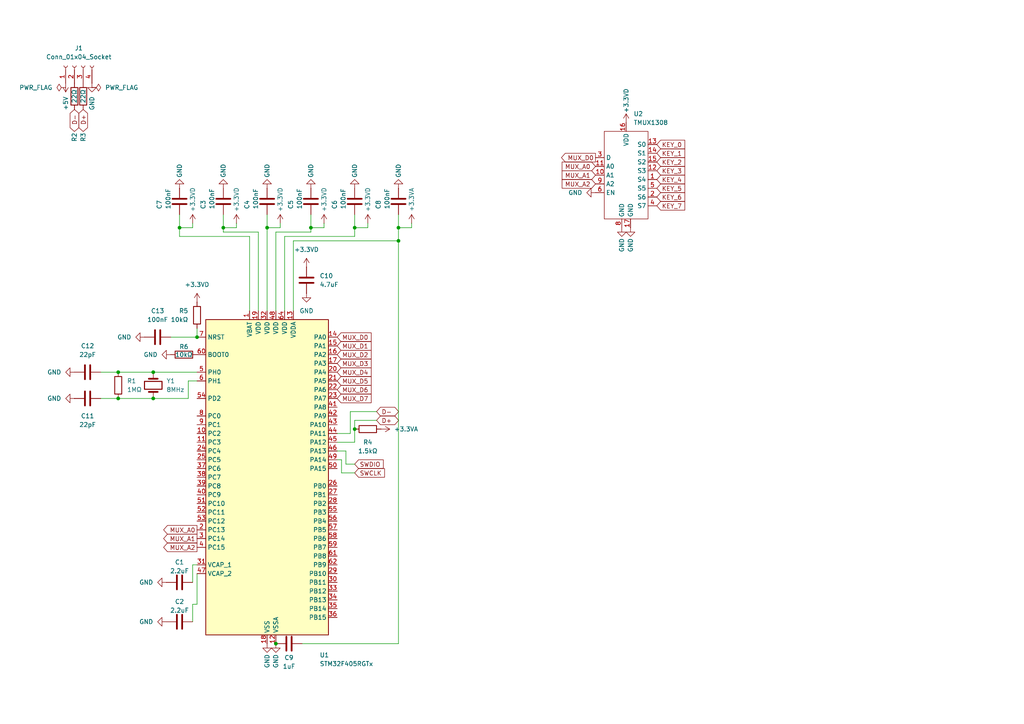
<source format=kicad_sch>
(kicad_sch (version 20250114) (generator "eeschema") (generator_version "9.0")
  (paper "A4")
  (lib_symbols
    (symbol "Connector:Conn_01x04_Socket" (pin_names (offset 1.016) (hide yes))
      (property "Reference" "J" (at 0 5.08 0))
      (property "Value" "Conn_01x04_Socket" (at 0 -7.62 0))
      (symbol "Conn_01x04_Socket_1_1"
        (polyline (pts (xy -1.27 2.54) (xy -0.508 2.54)) (stroke (width 0.1524)))
        (polyline (pts (xy -1.27 0) (xy -0.508 0)) (stroke (width 0.1524)))
        (polyline (pts (xy -1.27 -2.54) (xy -0.508 -2.54)) (stroke (width 0.1524)))
        (polyline (pts (xy -1.27 -5.08) (xy -0.508 -5.08)) (stroke (width 0.1524)))
        (arc (start 0 2.032) (mid -0.5058 2.54) (end 0 3.048) (stroke (width 0.1524)))
        (arc (start 0 -0.508) (mid -0.5058 0) (end 0 0.508) (stroke (width 0.1524)))
        (arc (start 0 -3.048) (mid -0.5058 -2.54) (end 0 -2.032) (stroke (width 0.1524)))
        (arc (start 0 -5.588) (mid -0.5058 -5.08) (end 0 -4.572) (stroke (width 0.1524)))
        (pin passive line (at -5.08 2.54 0) (length 3.81) (name "Pin_1") (number "1"))
        (pin passive line (at -5.08 0 0) (length 3.81) (name "Pin_2") (number "2"))
        (pin passive line (at -5.08 -2.54 0) (length 3.81) (name "Pin_3") (number "3"))
        (pin passive line (at -5.08 -5.08 0) (length 3.81) (name "Pin_4") (number "4"))
      )
    )
    (symbol "Device:C" (pin_numbers (hide yes)) (pin_names (offset 0.254))
      (property "Reference" "C" (at 0.635 2.54 0))
      (property "Value" "C" (at 0.635 -2.54 0))
      (symbol "C_0_1"
        (polyline (pts (xy -2.032 0.762) (xy 2.032 0.762)) (stroke (width 0.508)))
        (polyline (pts (xy -2.032 -0.762) (xy 2.032 -0.762)) (stroke (width 0.508)))
      )
      (symbol "C_1_1"
        (pin passive line (at 0 3.81 270) (length 2.794) (name "~") (number "1"))
        (pin passive line (at 0 -3.81 90) (length 2.794) (name "~") (number "2"))
      )
    )
    (symbol "Device:Crystal" (pin_numbers (hide yes)) (pin_names (offset 1.016) (hide yes))
      (property "Reference" "Y" (at 0 3.81 0))
      (property "Value" "Crystal" (at 0 -3.81 0))
      (symbol "Crystal_0_1"
        (polyline (pts (xy -2.54 0) (xy -1.905 0)))
        (polyline (pts (xy -1.905 -1.27) (xy -1.905 1.27)) (stroke (width 0.508)))
        (rectangle (start -1.143 2.54) (end 1.143 -2.54) (stroke (width 0.3048)))
        (polyline (pts (xy 1.905 -1.27) (xy 1.905 1.27)) (stroke (width 0.508)))
        (polyline (pts (xy 2.54 0) (xy 1.905 0)))
      )
      (symbol "Crystal_1_1"
        (pin passive line (at -3.81 0 0) (length 1.27) (name "1") (number "1"))
        (pin passive line (at 3.81 0 180) (length 1.27) (name "2") (number "2"))
      )
    )
    (symbol "Device:R" (pin_numbers (hide yes)) (pin_names (offset 0))
      (property "Reference" "R" (at 2.032 0 90))
      (property "Value" "R" (at 0 0 90))
      (symbol "R_0_1"
        (rectangle (start -1.016 -2.54) (end 1.016 2.54) (stroke (width 0.254)))
      )
      (symbol "R_1_1"
        (pin passive line (at 0 3.81 270) (length 1.27) (name "~") (number "1"))
        (pin passive line (at 0 -3.81 90) (length 1.27) (name "~") (number "2"))
      )
    )
    (symbol "MCU_ST_STM32F4:STM32F405RGTx"
      (property "Reference" "U" (at -17.78 46.99 0))
      (property "Value" "STM32F405RGTx" (at 10.16 46.99 0))
      (symbol "STM32F405RGTx_0_1"
        (rectangle (start -17.78 -45.72) (end 17.78 45.72) (stroke (width 0.254)) (fill (type background)))
      )
      (symbol "STM32F405RGTx_1_1"
        (pin input line (at -20.32 40.64 0) (length 2.54) (name "NRST") (number "7"))
        (pin input line (at -20.32 35.56 0) (length 2.54) (name "BOOT0") (number "60"))
        (pin bidirectional line (at -20.32 30.48 0) (length 2.54) (name "PH0") (number "5"))
        (pin bidirectional line (at -20.32 27.94 0) (length 2.54) (name "PH1") (number "6"))
        (pin bidirectional line (at -20.32 22.86 0) (length 2.54) (name "PD2") (number "54"))
        (pin bidirectional line (at -20.32 17.78 0) (length 2.54) (name "PC0") (number "8"))
        (pin bidirectional line (at -20.32 15.24 0) (length 2.54) (name "PC1") (number "9"))
        (pin bidirectional line (at -20.32 12.7 0) (length 2.54) (name "PC2") (number "10"))
        (pin bidirectional line (at -20.32 10.16 0) (length 2.54) (name "PC3") (number "11"))
        (pin bidirectional line (at -20.32 7.62 0) (length 2.54) (name "PC4") (number "24"))
        (pin bidirectional line (at -20.32 5.08 0) (length 2.54) (name "PC5") (number "25"))
        (pin bidirectional line (at -20.32 2.54 0) (length 2.54) (name "PC6") (number "37"))
        (pin bidirectional line (at -20.32 0 0) (length 2.54) (name "PC7") (number "38"))
        (pin bidirectional line (at -20.32 -2.54 0) (length 2.54) (name "PC8") (number "39"))
        (pin bidirectional line (at -20.32 -5.08 0) (length 2.54) (name "PC9") (number "40"))
        (pin bidirectional line (at -20.32 -7.62 0) (length 2.54) (name "PC10") (number "51"))
        (pin bidirectional line (at -20.32 -10.16 0) (length 2.54) (name "PC11") (number "52"))
        (pin bidirectional line (at -20.32 -12.7 0) (length 2.54) (name "PC12") (number "53"))
        (pin bidirectional line (at -20.32 -15.24 0) (length 2.54) (name "PC13") (number "2"))
        (pin bidirectional line (at -20.32 -17.78 0) (length 2.54) (name "PC14") (number "3"))
        (pin bidirectional line (at -20.32 -20.32 0) (length 2.54) (name "PC15") (number "4"))
        (pin power_out line (at -20.32 -25.4 0) (length 2.54) (name "VCAP_1") (number "31"))
        (pin power_out line (at -20.32 -27.94 0) (length 2.54) (name "VCAP_2") (number "47"))
        (pin power_in line (at -5.08 48.26 270) (length 2.54) (name "VBAT") (number "1"))
        (pin power_in line (at -2.54 48.26 270) (length 2.54) (name "VDD") (number "19"))
        (pin power_in line (at 0 48.26 270) (length 2.54) (name "VDD") (number "32"))
        (pin power_in line (at 0 -48.26 90) (length 2.54) (name "VSS") (number "18"))
        (pin passive line (at 0 -48.26 90) (length 2.54) (hide yes) (name "VSS") (number "63"))
        (pin power_in line (at 2.54 48.26 270) (length 2.54) (name "VDD") (number "48"))
        (pin power_in line (at 2.54 -48.26 90) (length 2.54) (name "VSSA") (number "12"))
        (pin power_in line (at 5.08 48.26 270) (length 2.54) (name "VDD") (number "64"))
        (pin power_in line (at 7.62 48.26 270) (length 2.54) (name "VDDA") (number "13"))
        (pin bidirectional line (at 20.32 40.64 180) (length 2.54) (name "PA0") (number "14"))
        (pin bidirectional line (at 20.32 38.1 180) (length 2.54) (name "PA1") (number "15"))
        (pin bidirectional line (at 20.32 35.56 180) (length 2.54) (name "PA2") (number "16"))
        (pin bidirectional line (at 20.32 33.02 180) (length 2.54) (name "PA3") (number "17"))
        (pin bidirectional line (at 20.32 30.48 180) (length 2.54) (name "PA4") (number "20"))
        (pin bidirectional line (at 20.32 27.94 180) (length 2.54) (name "PA5") (number "21"))
        (pin bidirectional line (at 20.32 25.4 180) (length 2.54) (name "PA6") (number "22"))
        (pin bidirectional line (at 20.32 22.86 180) (length 2.54) (name "PA7") (number "23"))
        (pin bidirectional line (at 20.32 20.32 180) (length 2.54) (name "PA8") (number "41"))
        (pin bidirectional line (at 20.32 17.78 180) (length 2.54) (name "PA9") (number "42"))
        (pin bidirectional line (at 20.32 15.24 180) (length 2.54) (name "PA10") (number "43"))
        (pin bidirectional line (at 20.32 12.7 180) (length 2.54) (name "PA11") (number "44"))
        (pin bidirectional line (at 20.32 10.16 180) (length 2.54) (name "PA12") (number "45"))
        (pin bidirectional line (at 20.32 7.62 180) (length 2.54) (name "PA13") (number "46"))
        (pin bidirectional line (at 20.32 5.08 180) (length 2.54) (name "PA14") (number "49"))
        (pin bidirectional line (at 20.32 2.54 180) (length 2.54) (name "PA15") (number "50"))
        (pin bidirectional line (at 20.32 -2.54 180) (length 2.54) (name "PB0") (number "26"))
        (pin bidirectional line (at 20.32 -5.08 180) (length 2.54) (name "PB1") (number "27"))
        (pin bidirectional line (at 20.32 -7.62 180) (length 2.54) (name "PB2") (number "28"))
        (pin bidirectional line (at 20.32 -10.16 180) (length 2.54) (name "PB3") (number "55"))
        (pin bidirectional line (at 20.32 -12.7 180) (length 2.54) (name "PB4") (number "56"))
        (pin bidirectional line (at 20.32 -15.24 180) (length 2.54) (name "PB5") (number "57"))
        (pin bidirectional line (at 20.32 -17.78 180) (length 2.54) (name "PB6") (number "58"))
        (pin bidirectional line (at 20.32 -20.32 180) (length 2.54) (name "PB7") (number "59"))
        (pin bidirectional line (at 20.32 -22.86 180) (length 2.54) (name "PB8") (number "61"))
        (pin bidirectional line (at 20.32 -25.4 180) (length 2.54) (name "PB9") (number "62"))
        (pin bidirectional line (at 20.32 -27.94 180) (length 2.54) (name "PB10") (number "29"))
        (pin bidirectional line (at 20.32 -30.48 180) (length 2.54) (name "PB11") (number "30"))
        (pin bidirectional line (at 20.32 -33.02 180) (length 2.54) (name "PB12") (number "33"))
        (pin bidirectional line (at 20.32 -35.56 180) (length 2.54) (name "PB13") (number "34"))
        (pin bidirectional line (at 20.32 -38.1 180) (length 2.54) (name "PB14") (number "35"))
        (pin bidirectional line (at 20.32 -40.64 180) (length 2.54) (name "PB15") (number "36"))
      )
    )
    (symbol "power:+3.3V" (power) (pin_numbers (hide yes)) (pin_names (offset 0) (hide yes))
      (property "Value" "+3.3V" (at 0 3.556 0))
      (symbol "+3.3V_0_1"
        (polyline (pts (xy -0.762 1.27) (xy 0 2.54)))
        (polyline (pts (xy 0 2.54) (xy 0.762 1.27)))
        (polyline (pts (xy 0 0) (xy 0 2.54)))
      )
      (symbol "+3.3V_1_1"
        (pin power_in line (at 0 0 90) (length 0) (name "~") (number "1"))
      )
    )
    (symbol "power:+5V" (power) (pin_numbers (hide yes)) (pin_names (offset 0) (hide yes))
      (property "Value" "+5V" (at 0 3.556 0))
      (symbol "+5V_0_1"
        (polyline (pts (xy -0.762 1.27) (xy 0 2.54)))
        (polyline (pts (xy 0 2.54) (xy 0.762 1.27)))
        (polyline (pts (xy 0 0) (xy 0 2.54)))
      )
      (symbol "+5V_1_1"
        (pin power_in line (at 0 0 90) (length 0) (name "~") (number "1"))
      )
    )
    (symbol "power:GND" (power) (pin_numbers (hide yes)) (pin_names (offset 0) (hide yes))
      (property "Value" "GND" (at 0 -3.81 0))
      (symbol "GND_0_1"
        (polyline (pts (xy 0 0) (xy 0 -1.27) (xy 1.27 -1.27) (xy 0 -2.54) (xy -1.27 -1.27) (xy 0 -1.27)))
      )
      (symbol "GND_1_1"
        (pin power_in line (at 0 0 270) (length 0) (name "~") (number "1"))
      )
    )
    (symbol "power:PWR_FLAG" (power) (pin_numbers (hide yes)) (pin_names (offset 0) (hide yes))
      (property "Value" "PWR_FLAG" (at 0 3.81 0))
      (symbol "PWR_FLAG_0_0"
        (pin power_out line (at 0 0 90) (length 0) (name "~") (number "1"))
      )
      (symbol "PWR_FLAG_0_1"
        (polyline (pts (xy 0 0) (xy 0 1.27) (xy -1.016 1.905) (xy 0 2.54) (xy 1.016 1.905) (xy 0 1.27)))
      )
    )
    (symbol "prometheus-65-symbols:TMUX1308"
      (property "Reference" "U" (at 5.588 -14.732 0))
      (property "Value" "TMUX1308" (at 9.906 -17.272 0))
      (symbol "TMUX1308_0_1"
        (rectangle (start -6.35 12.7) (end 6.35 -12.7))
      )
      (symbol "TMUX1308_1_1"
        (pin bidirectional line (at -8.89 5.08 0) (length 2.54) (name "D") (number "3"))
        (pin input line (at -8.89 2.54 0) (length 2.54) (name "A0") (number "11"))
        (pin input line (at -8.89 0 0) (length 2.54) (name "A1") (number "10"))
        (pin input line (at -8.89 -2.54 0) (length 2.54) (name "A2") (number "9"))
        (pin input line (at -8.89 -5.08 0) (length 2.54) (name "EN") (number "6"))
        (pin no_connect line (at -8.89 -7.62 0) (length 2.54) (hide yes) (name "NC") (number "7"))
        (pin power_in line (at -1.27 -15.24 90) (length 2.54) (name "GND") (number "8"))
        (pin power_in line (at 0 15.24 270) (length 2.54) (name "VDD") (number "16"))
        (pin power_in line (at 1.27 -15.24 90) (length 2.54) (name "GND") (number "17"))
        (pin bidirectional line (at 8.89 8.89 180) (length 2.54) (name "S0") (number "13"))
        (pin bidirectional line (at 8.89 6.35 180) (length 2.54) (name "S1") (number "14"))
        (pin bidirectional line (at 8.89 3.81 180) (length 2.54) (name "S2") (number "15"))
        (pin bidirectional line (at 8.89 1.27 180) (length 2.54) (name "S3") (number "12"))
        (pin bidirectional line (at 8.89 -1.27 180) (length 2.54) (name "S4") (number "1"))
        (pin bidirectional line (at 8.89 -3.81 180) (length 2.54) (name "S5") (number "5"))
        (pin bidirectional line (at 8.89 -6.35 180) (length 2.54) (name "S6") (number "2"))
        (pin bidirectional line (at 8.89 -8.89 180) (length 2.54) (name "S7") (number "4"))
      )
    )
  )
  (junction (at 44.45 107.95))
  (junction (at 64.77 66.04))
  (junction (at 102.87 124.46))
  (junction (at 115.57 66.04))
  (junction (at 34.29 115.57))
  (junction (at 44.45 115.57))
  (junction (at 52.07 66.04))
  (junction (at 102.87 66.04))
  (junction (at 90.17 66.04))
  (junction (at 57.15 97.79))
  (junction (at 80.01 186.69))
  (junction (at 115.57 69.85))
  (junction (at 77.47 66.04))
  (junction (at 34.29 107.95))
  (wire (pts (xy 77.47 66.04) (xy 81.28 66.04)))
  (wire (pts (xy 102.87 121.92) (xy 102.87 124.46)))
  (wire (pts (xy 55.88 175.26) (xy 57.15 175.26)))
  (wire (pts (xy 119.38 64.77) (xy 119.38 66.04)))
  (wire (pts (xy 102.87 128.27) (xy 97.79 128.27)))
  (wire (pts (xy 29.21 115.57) (xy 34.29 115.57)))
  (wire (pts (xy 115.57 66.04) (xy 119.38 66.04)))
  (wire (pts (xy 72.39 68.58) (xy 52.07 68.58)))
  (wire (pts (xy 99.06 137.16) (xy 99.06 133.35)))
  (wire (pts (xy 29.21 107.95) (xy 34.29 107.95)))
  (wire (pts (xy 90.17 67.31) (xy 90.17 66.04)))
  (wire (pts (xy 102.87 134.62) (xy 100.33 134.62)))
  (wire (pts (xy 102.87 66.04) (xy 106.68 66.04)))
  (wire (pts (xy 55.88 64.77) (xy 55.88 66.04)))
  (wire (pts (xy 64.77 62.23) (xy 64.77 66.04)))
  (wire (pts (xy 52.07 68.58) (xy 52.07 66.04)))
  (wire (pts (xy 101.6 119.38) (xy 109.22 119.38)))
  (wire (pts (xy 102.87 137.16) (xy 99.06 137.16)))
  (wire (pts (xy 90.17 66.04) (xy 93.98 66.04)))
  (wire (pts (xy 101.6 119.38) (xy 101.6 125.73)))
  (wire (pts (xy 82.55 68.58) (xy 82.55 90.17)))
  (wire (pts (xy 102.87 124.46) (xy 102.87 128.27)))
  (wire (pts (xy 81.28 64.77) (xy 81.28 66.04)))
  (wire (pts (xy 54.61 110.49) (xy 54.61 115.57)))
  (wire (pts (xy 82.55 68.58) (xy 102.87 68.58)))
  (wire (pts (xy 101.6 125.73) (xy 97.79 125.73)))
  (wire (pts (xy 55.88 168.91) (xy 55.88 163.83)))
  (wire (pts (xy 74.93 67.31) (xy 64.77 67.31)))
  (wire (pts (xy 85.09 69.85) (xy 115.57 69.85)))
  (wire (pts (xy 44.45 107.95) (xy 57.15 107.95)))
  (wire (pts (xy 34.29 107.95) (xy 44.45 107.95)))
  (wire (pts (xy 77.47 66.04) (xy 77.47 90.17)))
  (wire (pts (xy 100.33 130.81) (xy 97.79 130.81)))
  (wire (pts (xy 64.77 67.31) (xy 64.77 66.04)))
  (wire (pts (xy 57.15 95.25) (xy 57.15 97.79)))
  (wire (pts (xy 49.53 97.79) (xy 57.15 97.79)))
  (wire (pts (xy 77.47 62.23) (xy 77.47 66.04)))
  (wire (pts (xy 80.01 67.31) (xy 90.17 67.31)))
  (wire (pts (xy 80.01 90.17) (xy 80.01 67.31)))
  (wire (pts (xy 102.87 62.23) (xy 102.87 66.04)))
  (wire (pts (xy 115.57 66.04) (xy 115.57 69.85)))
  (wire (pts (xy 64.77 66.04) (xy 68.58 66.04)))
  (wire (pts (xy 34.29 115.57) (xy 44.45 115.57)))
  (wire (pts (xy 52.07 66.04) (xy 55.88 66.04)))
  (wire (pts (xy 99.06 133.35) (xy 97.79 133.35)))
  (wire (pts (xy 93.98 64.77) (xy 93.98 66.04)))
  (wire (pts (xy 44.45 115.57) (xy 54.61 115.57)))
  (wire (pts (xy 52.07 62.23) (xy 52.07 66.04)))
  (wire (pts (xy 57.15 110.49) (xy 54.61 110.49)))
  (wire (pts (xy 102.87 121.92) (xy 109.22 121.92)))
  (wire (pts (xy 74.93 90.17) (xy 74.93 67.31)))
  (wire (pts (xy 55.88 163.83) (xy 57.15 163.83)))
  (wire (pts (xy 55.88 180.34) (xy 55.88 175.26)))
  (wire (pts (xy 106.68 64.77) (xy 106.68 66.04)))
  (wire (pts (xy 72.39 90.17) (xy 72.39 68.58)))
  (wire (pts (xy 68.58 64.77) (xy 68.58 66.04)))
  (wire (pts (xy 85.09 90.17) (xy 85.09 69.85)))
  (wire (pts (xy 87.63 186.69) (xy 115.57 186.69)))
  (wire (pts (xy 115.57 69.85) (xy 115.57 186.69)))
  (wire (pts (xy 57.15 175.26) (xy 57.15 166.37)))
  (wire (pts (xy 90.17 62.23) (xy 90.17 66.04)))
  (wire (pts (xy 102.87 68.58) (xy 102.87 66.04)))
  (wire (pts (xy 100.33 134.62) (xy 100.33 130.81)))
  (wire (pts (xy 115.57 62.23) (xy 115.57 66.04)))
  (global_label "MUX_D4" (shape input) (at 97.79 107.95 0) (property "Intersheetrefs" "${INTERSHEET_REFS}" (effects (hide yes))))
  (global_label "MUX_D6" (shape input) (at 97.79 113.03 0) (property "Intersheetrefs" "${INTERSHEET_REFS}" (effects (hide yes))))
  (global_label "KEY_3" (shape input) (at 190.5 49.53 0) (property "Intersheetrefs" "${INTERSHEET_REFS}" (effects (hide yes))))
  (global_label "MUX_D0" (shape output) (at 172.72 45.72 180) (property "Intersheetrefs" "${INTERSHEET_REFS}" (effects (hide yes))))
  (global_label "MUX_D0" (shape input) (at 97.79 97.79 0) (property "Intersheetrefs" "${INTERSHEET_REFS}" (effects (hide yes))))
  (global_label "MUX_D2" (shape input) (at 97.79 102.87 0) (property "Intersheetrefs" "${INTERSHEET_REFS}" (effects (hide yes))))
  (global_label "MUX_A0" (shape input) (at 172.72 48.26 180) (property "Intersheetrefs" "${INTERSHEET_REFS}" (effects (hide yes))))
  (global_label "MUX_A0" (shape output) (at 57.15 153.67 180) (property "Intersheetrefs" "${INTERSHEET_REFS}" (effects (hide yes))))
  (global_label "KEY_6" (shape input) (at 190.5 57.15 0) (property "Intersheetrefs" "${INTERSHEET_REFS}" (effects (hide yes))))
  (global_label "KEY_5" (shape input) (at 190.5 54.61 0) (property "Intersheetrefs" "${INTERSHEET_REFS}" (effects (hide yes))))
  (global_label "MUX_D5" (shape input) (at 97.79 110.49 0) (property "Intersheetrefs" "${INTERSHEET_REFS}" (effects (hide yes))))
  (global_label "MUX_A2" (shape input) (at 172.72 53.34 180) (property "Intersheetrefs" "${INTERSHEET_REFS}" (effects (hide yes))))
  (global_label "D-" (shape bidirectional) (at 109.22 119.38 0) (property "Intersheetrefs" "${INTERSHEET_REFS}" (effects (hide yes))))
  (global_label "MUX_D3" (shape input) (at 97.79 105.41 0) (property "Intersheetrefs" "${INTERSHEET_REFS}" (effects (hide yes))))
  (global_label "KEY_4" (shape input) (at 190.5 52.07 0) (property "Intersheetrefs" "${INTERSHEET_REFS}" (effects (hide yes))))
  (global_label "KEY_0" (shape input) (at 190.5 41.91 0) (property "Intersheetrefs" "${INTERSHEET_REFS}" (effects (hide yes))))
  (global_label "D-" (shape bidirectional) (at 21.59 31.75 270) (property "Intersheetrefs" "${INTERSHEET_REFS}" (effects (hide yes))))
  (global_label "SWCLK" (shape input) (at 102.87 137.16 0) (property "Intersheetrefs" "${INTERSHEET_REFS}" (effects (hide yes))))
  (global_label "KEY_2" (shape input) (at 190.5 46.99 0) (property "Intersheetrefs" "${INTERSHEET_REFS}" (effects (hide yes))))
  (global_label "KEY_7" (shape input) (at 190.5 59.69 0) (property "Intersheetrefs" "${INTERSHEET_REFS}" (effects (hide yes))))
  (global_label "KEY_1" (shape input) (at 190.5 44.45 0) (property "Intersheetrefs" "${INTERSHEET_REFS}" (effects (hide yes))))
  (global_label "SWDIO" (shape input) (at 102.87 134.62 0) (property "Intersheetrefs" "${INTERSHEET_REFS}" (effects (hide yes))))
  (global_label "D+" (shape bidirectional) (at 24.13 31.75 270) (property "Intersheetrefs" "${INTERSHEET_REFS}" (effects (hide yes))))
  (global_label "MUX_D1" (shape input) (at 97.79 100.33 0) (property "Intersheetrefs" "${INTERSHEET_REFS}" (effects (hide yes))))
  (global_label "MUX_D7" (shape input) (at 97.79 115.57 0) (property "Intersheetrefs" "${INTERSHEET_REFS}" (effects (hide yes))))
  (global_label "MUX_A1" (shape input) (at 172.72 50.8 180) (property "Intersheetrefs" "${INTERSHEET_REFS}" (effects (hide yes))))
  (global_label "MUX_A1" (shape output) (at 57.15 156.21 180) (property "Intersheetrefs" "${INTERSHEET_REFS}" (effects (hide yes))))
  (global_label "MUX_A2" (shape output) (at 57.15 158.75 180) (property "Intersheetrefs" "${INTERSHEET_REFS}" (effects (hide yes))))
  (global_label "D+" (shape bidirectional) (at 109.22 121.92 0) (property "Intersheetrefs" "${INTERSHEET_REFS}" (effects (hide yes))))
  (symbol (lib_id "power:+3.3V") (at 119.38 64.77 0) (unit 1)
    (property "Reference" "#PWR020" (effects (hide yes)))
    (property "Value" "+3.3VA" (at 119.38 57.912 90))
    (property "Description" "Power symbol creates a global label with name \"+3.3V\"" (effects (hide yes)))
  )
  (symbol (lib_id "Device:C") (at 102.87 58.42 0) (unit 1)
    (property "Reference" "C6" (at 97.028 60.706 90) (effects (justify left)))
    (property "Value" "100nF" (at 99.568 60.706 90) (effects (justify left)))
    (property "Description" "Unpolarized capacitor" (effects (hide yes)))
  )
  (symbol (lib_id "power:GND") (at 88.9 85.09 0) (unit 1)
    (property "Reference" "#PWR023" (effects (hide yes)))
    (property "Value" "GND" (at 88.9 90.17 0))
    (property "Description" "Power symbol creates a global label with name \"GND\" , ground" (effects (hide yes)))
  )
  (symbol (lib_id "Device:C") (at 90.17 58.42 0) (unit 1)
    (property "Reference" "C5" (at 84.328 60.706 90) (effects (justify left)))
    (property "Value" "100nF" (at 86.868 60.706 90) (effects (justify left)))
    (property "Description" "Unpolarized capacitor" (effects (hide yes)))
  )
  (symbol (lib_id "power:+3.3V") (at 81.28 64.77 0) (unit 1)
    (property "Reference" "#PWR011" (effects (hide yes)))
    (property "Value" "+3.3VD" (at 81.28 57.912 90))
    (property "Description" "Power symbol creates a global label with name \"+3.3V\"" (effects (hide yes)))
  )
  (symbol (lib_id "power:GND") (at 52.07 54.61 180) (unit 1)
    (property "Reference" "#PWR017" (effects (hide yes)))
    (property "Value" "GND" (at 52.07 49.53 90))
    (property "Description" "Power symbol creates a global label with name \"GND\" , ground" (effects (hide yes)))
  )
  (symbol (lib_id "Device:C") (at 77.47 58.42 0) (unit 1)
    (property "Reference" "C4" (at 71.628 60.706 90) (effects (justify left)))
    (property "Value" "100nF" (at 74.168 60.706 90) (effects (justify left)))
    (property "Description" "Unpolarized capacitor" (effects (hide yes)))
  )
  (symbol (lib_id "power:GND") (at 26.67 24.13 0) (unit 1)
    (property "Reference" "#PWR01" (effects (hide yes)))
    (property "Value" "GND" (at 26.6701 27.94 90) (effects (justify right)))
    (property "Description" "Power symbol creates a global label with name \"GND\" , ground" (effects (hide yes)))
  )
  (symbol (lib_id "Device:R") (at 24.13 27.94 0) (unit 1)
    (property "Reference" "R3" (at 24.13 41.148 90) (effects (justify left)))
    (property "Value" "22Ω" (at 24.13 29.972 90) (effects (justify left)))
    (property "Description" "Resistor" (effects (hide yes)))
  )
  (symbol (lib_id "power:+3.3V") (at 181.61 35.56 0) (unit 1)
    (property "Reference" "#PWR05" (effects (hide yes)))
    (property "Value" "+3.3VD" (at 181.61 29.21 90))
    (property "Description" "Power symbol creates a global label with name \"+3.3V\"" (effects (hide yes)))
  )
  (symbol (lib_id "MCU_ST_STM32F4:STM32F405RGTx") (at 77.47 138.43 0) (unit 1)
    (property "Reference" "U1" (at 92.71 189.992 0) (effects (justify left)))
    (property "Value" "STM32F405RGTx" (at 92.71 192.532 0) (effects (justify left)))
    (property "Footprint" "Package_QFP:LQFP-64_10x10mm_P0.5mm" (effects (hide yes)))
    (property "Datasheet" "https://www.st.com/resource/en/datasheet/stm32f405rg.pdf" (effects (hide yes)))
    (property "Description" "STMicroelectronics Arm Cortex-M4 MCU, 1024KB flash, 192KB RAM, 168 MHz, 1.8-3.6V, 51 GPIO, LQFP64" (effects (hide yes)))
  )
  (symbol (lib_id "power:GND") (at 41.91 97.79 270) (unit 1)
    (property "Reference" "#PWR029" (effects (hide yes)))
    (property "Value" "GND" (at 38.1 97.7899 90) (effects (justify right)))
    (property "Description" "Power symbol creates a global label with name \"GND\" , ground" (effects (hide yes)))
  )
  (symbol (lib_id "Connector:Conn_01x04_Socket") (at 21.59 19.05 90) (unit 1)
    (property "Reference" "J1" (at 22.86 13.97 90))
    (property "Value" "Conn_01x04_Socket" (at 22.86 16.51 90))
    (property "Description" "Generic connector, single row, 01x04, script generated" (effects (hide yes)))
  )
  (symbol (lib_id "Device:C") (at 52.07 180.34 90) (unit 1)
    (property "Reference" "C2" (at 52.07 174.498 90))
    (property "Value" "2.2uF" (at 52.07 177.038 90))
    (property "Description" "Unpolarized capacitor" (effects (hide yes)))
  )
  (symbol (lib_id "power:PWR_FLAG") (at 26.67 25.4 270) (unit 1)
    (property "Reference" "#FLG02" (effects (hide yes)))
    (property "Value" "PWR_FLAG" (at 30.48 25.3999 90) (effects (justify left)))
    (property "Description" "Special symbol for telling ERC where power comes from" (effects (hide yes)))
  )
  (symbol (lib_id "power:GND") (at 115.57 54.61 180) (unit 1)
    (property "Reference" "#PWR019" (effects (hide yes)))
    (property "Value" "GND" (at 115.57 49.53 90))
    (property "Description" "Power symbol creates a global label with name \"GND\" , ground" (effects (hide yes)))
  )
  (symbol (lib_id "Device:C") (at 83.82 186.69 90) (unit 1)
    (property "Reference" "C9" (at 83.82 190.754 90))
    (property "Value" "1uF" (at 83.82 193.294 90))
    (property "Description" "Unpolarized capacitor" (effects (hide yes)))
  )
  (symbol (lib_id "Device:C") (at 25.4 115.57 90) (unit 1)
    (property "Reference" "C11" (at 25.4 120.65 90))
    (property "Value" "22pF" (at 25.4 123.19 90))
    (property "Description" "Unpolarized capacitor" (effects (hide yes)))
  )
  (symbol (lib_id "power:+3.3V") (at 57.15 87.63 0) (unit 1)
    (property "Reference" "#PWR028" (effects (hide yes)))
    (property "Value" "+3.3VD" (at 57.15 82.55 0))
    (property "Description" "Power symbol creates a global label with name \"+3.3V\"" (effects (hide yes)))
  )
  (symbol (lib_id "Device:C") (at 52.07 168.91 90) (unit 1)
    (property "Reference" "C1" (at 52.07 163.068 90))
    (property "Value" "2.2uF" (at 52.07 165.608 90))
    (property "Description" "Unpolarized capacitor" (effects (hide yes)))
  )
  (symbol (lib_id "power:GND") (at 172.72 55.88 270) (unit 1)
    (property "Reference" "#PWR06" (effects (hide yes)))
    (property "Value" "GND" (at 168.91 55.8799 90) (effects (justify right)))
    (property "Description" "Power symbol creates a global label with name \"GND\" , ground" (effects (hide yes)))
  )
  (symbol (lib_id "Device:C") (at 88.9 81.28 0) (unit 1)
    (property "Reference" "C10" (at 92.71 80.0099 0) (effects (justify left)))
    (property "Value" "4.7uF" (at 92.71 82.5499 0) (effects (justify left)))
    (property "Description" "Unpolarized capacitor" (effects (hide yes)))
  )
  (symbol (lib_id "Device:C") (at 45.72 97.79 90) (unit 1)
    (property "Reference" "C13" (at 45.72 90.17 90))
    (property "Value" "100nF" (at 45.72 92.71 90))
    (property "Description" "Unpolarized capacitor" (effects (hide yes)))
  )
  (symbol (lib_id "power:GND") (at 80.01 186.69 0) (unit 1)
    (property "Reference" "#PWR021" (effects (hide yes)))
    (property "Value" "GND" (at 80.01 191.77 90))
    (property "Description" "Power symbol creates a global label with name \"GND\" , ground" (effects (hide yes)))
  )
  (symbol (lib_id "Device:R") (at 106.68 124.46 90) (unit 1)
    (property "Reference" "R4" (at 106.68 128.27 90))
    (property "Value" "1.5kΩ" (at 106.68 130.81 90))
    (property "Description" "Resistor" (effects (hide yes)))
  )
  (symbol (lib_id "power:+3.3V") (at 110.49 124.46 270) (unit 1)
    (property "Reference" "#PWR027" (effects (hide yes)))
    (property "Value" "+3.3VA" (at 114.3 124.4599 90) (effects (justify left)))
    (property "Description" "Power symbol creates a global label with name \"+3.3V\"" (effects (hide yes)))
  )
  (symbol (lib_id "Device:R") (at 57.15 91.44 180) (unit 1)
    (property "Reference" "R5" (at 54.61 90.1699 0) (effects (justify left)))
    (property "Value" "10kΩ" (at 54.61 92.7099 0) (effects (justify left)))
    (property "Description" "Resistor" (effects (hide yes)))
  )
  (symbol (lib_id "power:GND") (at 48.26 168.91 270) (unit 1)
    (property "Reference" "#PWR08" (effects (hide yes)))
    (property "Value" "GND" (at 44.45 168.9099 90) (effects (justify right)))
    (property "Description" "Power symbol creates a global label with name \"GND\" , ground" (effects (hide yes)))
  )
  (symbol (lib_id "power:GND") (at 180.34 66.04 0) (unit 1)
    (property "Reference" "#PWR03" (effects (hide yes)))
    (property "Value" "GND" (at 180.34 71.12 90))
    (property "Description" "Power symbol creates a global label with name \"GND\" , ground" (effects (hide yes)))
  )
  (symbol (lib_id "power:GND") (at 77.47 186.69 0) (unit 1)
    (property "Reference" "#PWR022" (effects (hide yes)))
    (property "Value" "GND" (at 77.47 191.77 90))
    (property "Description" "Power symbol creates a global label with name \"GND\" , ground" (effects (hide yes)))
  )
  (symbol (lib_id "Device:R") (at 53.34 102.87 90) (unit 1)
    (property "Reference" "R6" (at 53.34 100.584 90))
    (property "Value" "10kΩ" (at 53.34 102.87 90))
    (property "Description" "Resistor" (effects (hide yes)))
  )
  (symbol (lib_id "power:GND") (at 102.87 54.61 180) (unit 1)
    (property "Reference" "#PWR015" (effects (hide yes)))
    (property "Value" "GND" (at 102.87 49.53 90))
    (property "Description" "Power symbol creates a global label with name \"GND\" , ground" (effects (hide yes)))
  )
  (symbol (lib_id "power:GND") (at 21.59 107.95 270) (unit 1)
    (property "Reference" "#PWR025" (effects (hide yes)))
    (property "Value" "GND" (at 17.78 107.9499 90) (effects (justify right)))
    (property "Description" "Power symbol creates a global label with name \"GND\" , ground" (effects (hide yes)))
  )
  (symbol (lib_id "Device:C") (at 25.4 107.95 90) (unit 1)
    (property "Reference" "C12" (at 25.4 100.33 90))
    (property "Value" "22pF" (at 25.4 102.87 90))
    (property "Description" "Unpolarized capacitor" (effects (hide yes)))
  )
  (symbol (lib_id "power:+3.3V") (at 93.98 64.77 0) (unit 1)
    (property "Reference" "#PWR014" (effects (hide yes)))
    (property "Value" "+3.3VD" (at 93.98 57.912 90))
    (property "Description" "Power symbol creates a global label with name \"+3.3V\"" (effects (hide yes)))
  )
  (symbol (lib_id "power:GND") (at 49.53 102.87 270) (unit 1)
    (property "Reference" "#PWR030" (effects (hide yes)))
    (property "Value" "GND" (at 45.72 102.8699 90) (effects (justify right)))
    (property "Description" "Power symbol creates a global label with name \"GND\" , ground" (effects (hide yes)))
  )
  (symbol (lib_id "Device:R") (at 21.59 27.94 0) (unit 1)
    (property "Reference" "R2" (at 21.59 41.148 90) (effects (justify left)))
    (property "Value" "22Ω" (at 21.59 29.972 90) (effects (justify left)))
    (property "Description" "Resistor" (effects (hide yes)))
  )
  (symbol (lib_id "power:PWR_FLAG") (at 19.05 25.4 90) (unit 1)
    (property "Reference" "#FLG01" (effects (hide yes)))
    (property "Value" "PWR_FLAG" (at 15.24 25.3999 90) (effects (justify left)))
    (property "Description" "Special symbol for telling ERC where power comes from" (effects (hide yes)))
  )
  (symbol (lib_id "prometheus-65-symbols:TMUX1308") (at 181.61 50.8 0) (unit 1)
    (property "Reference" "U2" (at 183.7533 33.02 0) (effects (justify left)))
    (property "Value" "TMUX1308" (at 183.7533 35.56 0) (effects (justify left)))
    (property "Footprint" "prometheus-65-footprints:QFN50P350X250X80-17N" (effects (hide yes)))
    (property "Datasheet" "kicad-embed://tmux1308.pdf" (effects (hide yes)))
  )
  (symbol (lib_id "Device:R") (at 34.29 111.76 0) (unit 1)
    (property "Reference" "R1" (at 36.83 110.4899 0) (effects (justify left)))
    (property "Value" "1MΩ" (at 36.83 113.0299 0) (effects (justify left)))
    (property "Description" "Resistor" (effects (hide yes)))
  )
  (symbol (lib_id "power:+3.3V") (at 106.68 64.77 0) (unit 1)
    (property "Reference" "#PWR016" (effects (hide yes)))
    (property "Value" "+3.3VD" (at 106.68 57.912 90))
    (property "Description" "Power symbol creates a global label with name \"+3.3V\"" (effects (hide yes)))
  )
  (symbol (lib_id "Device:C") (at 115.57 58.42 0) (unit 1)
    (property "Reference" "C8" (at 109.728 60.706 90) (effects (justify left)))
    (property "Value" "100nF" (at 112.268 60.706 90) (effects (justify left)))
    (property "Description" "Unpolarized capacitor" (effects (hide yes)))
  )
  (symbol (lib_id "power:GND") (at 77.47 54.61 180) (unit 1)
    (property "Reference" "#PWR010" (effects (hide yes)))
    (property "Value" "GND" (at 77.47 49.53 90))
    (property "Description" "Power symbol creates a global label with name \"GND\" , ground" (effects (hide yes)))
  )
  (symbol (lib_id "power:+3.3V") (at 55.88 64.77 0) (unit 1)
    (property "Reference" "#PWR018" (effects (hide yes)))
    (property "Value" "+3.3VD" (at 55.88 57.912 90))
    (property "Description" "Power symbol creates a global label with name \"+3.3V\"" (effects (hide yes)))
  )
  (symbol (lib_id "power:GND") (at 64.77 54.61 180) (unit 1)
    (property "Reference" "#PWR013" (effects (hide yes)))
    (property "Value" "GND" (at 64.77 49.53 90))
    (property "Description" "Power symbol creates a global label with name \"GND\" , ground" (effects (hide yes)))
  )
  (symbol (lib_id "Device:C") (at 52.07 58.42 0) (unit 1)
    (property "Reference" "C7" (at 46.228 60.706 90) (effects (justify left)))
    (property "Value" "100nF" (at 48.768 60.706 90) (effects (justify left)))
    (property "Description" "Unpolarized capacitor" (effects (hide yes)))
  )
  (symbol (lib_id "power:GND") (at 21.59 115.57 270) (unit 1)
    (property "Reference" "#PWR026" (effects (hide yes)))
    (property "Value" "GND" (at 17.78 115.5699 90) (effects (justify right)))
    (property "Description" "Power symbol creates a global label with name \"GND\" , ground" (effects (hide yes)))
  )
  (symbol (lib_id "power:+3.3V") (at 88.9 77.47 0) (unit 1)
    (property "Reference" "#PWR024" (effects (hide yes)))
    (property "Value" "+3.3VD" (at 88.9 72.39 0))
    (property "Description" "Power symbol creates a global label with name \"+3.3V\"" (effects (hide yes)))
  )
  (symbol (lib_id "power:+5V") (at 19.05 24.13 180) (unit 1)
    (property "Reference" "#PWR02" (effects (hide yes)))
    (property "Value" "+5V" (at 19.0501 27.94 90) (effects (justify left)))
    (property "Description" "Power symbol creates a global label with name \"+5V\"" (effects (hide yes)))
  )
  (symbol (lib_id "Device:C") (at 64.77 58.42 0) (unit 1)
    (property "Reference" "C3" (at 58.928 60.706 90) (effects (justify left)))
    (property "Value" "100nF" (at 61.468 60.706 90) (effects (justify left)))
    (property "Description" "Unpolarized capacitor" (effects (hide yes)))
  )
  (symbol (lib_id "power:GND") (at 90.17 54.61 180) (unit 1)
    (property "Reference" "#PWR012" (effects (hide yes)))
    (property "Value" "GND" (at 90.17 49.53 90))
    (property "Description" "Power symbol creates a global label with name \"GND\" , ground" (effects (hide yes)))
  )
  (symbol (lib_id "power:GND") (at 48.26 180.34 270) (unit 1)
    (property "Reference" "#PWR09" (effects (hide yes)))
    (property "Value" "GND" (at 44.45 180.3399 90) (effects (justify right)))
    (property "Description" "Power symbol creates a global label with name \"GND\" , ground" (effects (hide yes)))
  )
  (symbol (lib_id "power:GND") (at 182.88 66.04 0) (unit 1)
    (property "Reference" "#PWR04" (effects (hide yes)))
    (property "Value" "GND" (at 182.88 71.12 90))
    (property "Description" "Power symbol creates a global label with name \"GND\" , ground" (effects (hide yes)))
  )
  (symbol (lib_id "power:+3.3V") (at 68.58 64.77 0) (unit 1)
    (property "Reference" "#PWR07" (effects (hide yes)))
    (property "Value" "+3.3VD" (at 68.58 57.912 90))
    (property "Description" "Power symbol creates a global label with name \"+3.3V\"" (effects (hide yes)))
  )
  (symbol (lib_id "Device:Crystal") (at 44.45 111.76 270) (unit 1)
    (property "Reference" "Y1" (at 48.26 110.4899 90) (effects (justify left)))
    (property "Value" "8MHz" (at 48.26 113.0299 90) (effects (justify left)))
    (property "Description" "Two pin crystal" (effects (hide yes)))
  )
)
</source>
